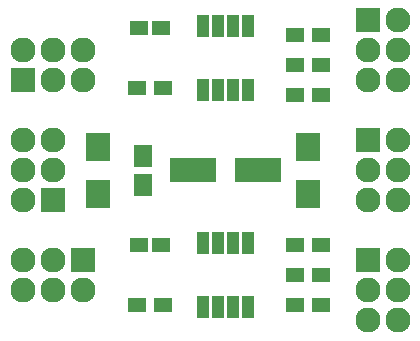
<source format=gts>
G04 #@! TF.FileFunction,Soldermask,Top*
%FSLAX46Y46*%
G04 Gerber Fmt 4.6, Leading zero omitted, Abs format (unit mm)*
G04 Created by KiCad (PCBNEW 4.0.2-stable) date 4/28/2016 9:51:21 AM*
%MOMM*%
G01*
G04 APERTURE LIST*
%ADD10C,0.100000*%
%ADD11R,1.600000X1.150000*%
%ADD12R,2.000000X2.400000*%
%ADD13R,3.999180X2.000200*%
%ADD14R,1.650000X1.900000*%
%ADD15R,2.127200X2.127200*%
%ADD16O,2.127200X2.127200*%
%ADD17R,1.600000X1.300000*%
%ADD18R,1.000000X1.950000*%
G04 APERTURE END LIST*
D10*
D11*
X119065000Y-89535000D03*
X120965000Y-89535000D03*
X119065000Y-107950000D03*
X120965000Y-107950000D03*
D12*
X115570000Y-103600000D03*
X115570000Y-99600000D03*
X133350000Y-103600000D03*
X133350000Y-99600000D03*
D13*
X129115820Y-101600000D03*
X123614180Y-101600000D03*
D14*
X119380000Y-102850000D03*
X119380000Y-100350000D03*
D15*
X111760000Y-104140000D03*
D16*
X109220000Y-104140000D03*
X111760000Y-101600000D03*
X109220000Y-101600000D03*
X111760000Y-99060000D03*
X109220000Y-99060000D03*
D15*
X138430000Y-88900000D03*
D16*
X140970000Y-88900000D03*
X138430000Y-91440000D03*
X140970000Y-91440000D03*
X138430000Y-93980000D03*
X140970000Y-93980000D03*
D15*
X138430000Y-99060000D03*
D16*
X140970000Y-99060000D03*
X138430000Y-101600000D03*
X140970000Y-101600000D03*
X138430000Y-104140000D03*
X140970000Y-104140000D03*
D15*
X138430000Y-109220000D03*
D16*
X140970000Y-109220000D03*
X138430000Y-111760000D03*
X140970000Y-111760000D03*
X138430000Y-114300000D03*
X140970000Y-114300000D03*
D15*
X109220000Y-93980000D03*
D16*
X109220000Y-91440000D03*
X111760000Y-93980000D03*
X111760000Y-91440000D03*
X114300000Y-93980000D03*
X114300000Y-91440000D03*
D15*
X114300000Y-109220000D03*
D16*
X114300000Y-111760000D03*
X111760000Y-109220000D03*
X111760000Y-111760000D03*
X109220000Y-109220000D03*
X109220000Y-111760000D03*
D17*
X118915000Y-113030000D03*
X121115000Y-113030000D03*
X132250000Y-107950000D03*
X134450000Y-107950000D03*
X132250000Y-110490000D03*
X134450000Y-110490000D03*
X132250000Y-113030000D03*
X134450000Y-113030000D03*
X134450000Y-90170000D03*
X132250000Y-90170000D03*
X134450000Y-92710000D03*
X132250000Y-92710000D03*
X134450000Y-95250000D03*
X132250000Y-95250000D03*
X121115000Y-94615000D03*
X118915000Y-94615000D03*
D18*
X124460000Y-94775000D03*
X125730000Y-94775000D03*
X127000000Y-94775000D03*
X128270000Y-94775000D03*
X128270000Y-89375000D03*
X127000000Y-89375000D03*
X125730000Y-89375000D03*
X124460000Y-89375000D03*
X124460000Y-113190000D03*
X125730000Y-113190000D03*
X127000000Y-113190000D03*
X128270000Y-113190000D03*
X128270000Y-107790000D03*
X127000000Y-107790000D03*
X125730000Y-107790000D03*
X124460000Y-107790000D03*
M02*

</source>
